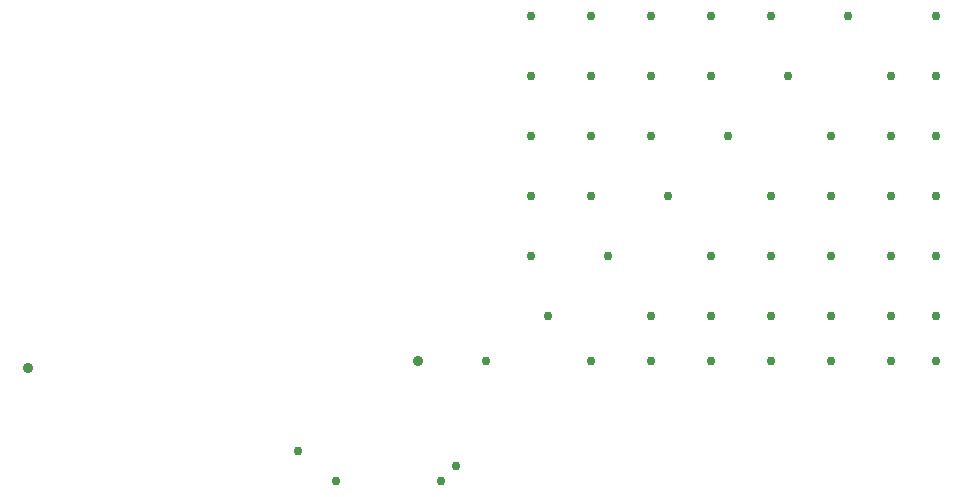
<source format=gbr>
G04 EAGLE Gerber RS-274X export*
G75*
%MOMM*%
%FSLAX34Y34*%
%LPD*%
%INVias*%
%IPPOS*%
%AMOC8*
5,1,8,0,0,1.08239X$1,22.5*%
G01*
%ADD10C,0.756400*%
%ADD11C,0.906400*%


D10*
X323850Y76200D03*
D11*
X95250Y146050D03*
X425450Y152400D03*
D10*
X482600Y152400D03*
X863600Y152400D03*
X571500Y152400D03*
X622300Y152400D03*
X673100Y152400D03*
X723900Y152400D03*
X774700Y152400D03*
X825500Y152400D03*
X863600Y190500D03*
X535600Y190500D03*
X622300Y190500D03*
X673100Y190500D03*
X723900Y190500D03*
X774700Y190500D03*
X825500Y190500D03*
X520700Y241300D03*
X863600Y241300D03*
X673100Y241300D03*
X723900Y241300D03*
X774700Y241300D03*
X825500Y241300D03*
X586400Y241300D03*
X520700Y292100D03*
X863600Y292100D03*
X825500Y292100D03*
X774700Y292100D03*
X723900Y292100D03*
X571500Y292100D03*
X637200Y292100D03*
X520700Y444500D03*
X863600Y444500D03*
X571500Y444500D03*
X622300Y444500D03*
X673100Y444500D03*
X723900Y444500D03*
X789600Y444500D03*
X520700Y393700D03*
X863600Y393700D03*
X825500Y393700D03*
X571500Y393700D03*
X622300Y393700D03*
X673100Y393700D03*
X738800Y393700D03*
X520700Y342900D03*
X863600Y342900D03*
X825500Y342900D03*
X774700Y342900D03*
X622300Y342900D03*
X688000Y342900D03*
X571500Y342900D03*
X444500Y50800D03*
X356080Y50800D03*
X457200Y63500D03*
M02*

</source>
